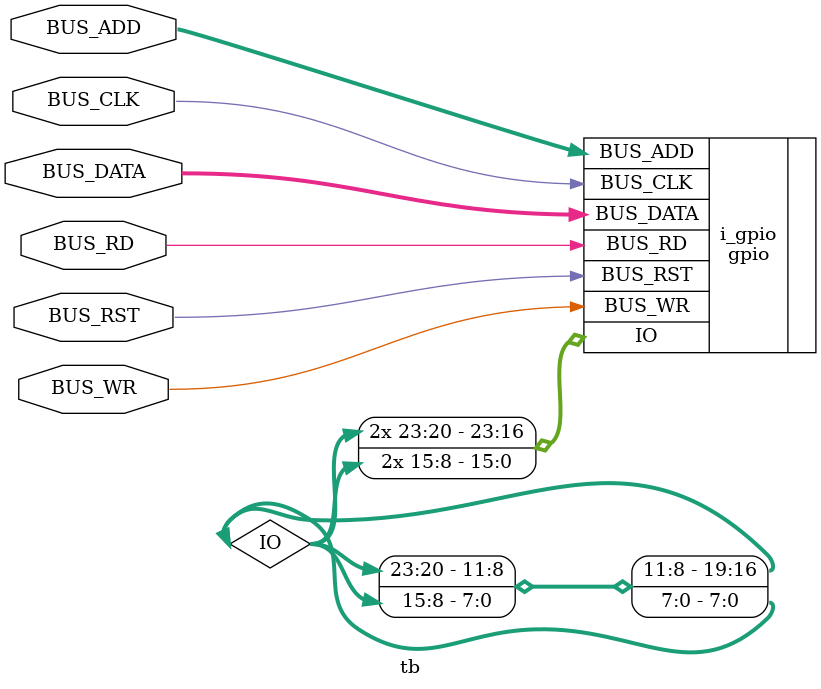
<source format=v>
/**
 * ------------------------------------------------------------
 * Copyright (c) All rights reserved 
 * SiLab, Institute of Physics, University of Bonn
 * ------------------------------------------------------------
 */
 
`timescale 1ps / 1ps

`include "utils/bus_to_ip.v"
`include "gpio/gpio.v"

module tb (
    input           BUS_CLK,
    input           BUS_RST,
    input   [15:0]  BUS_ADD,
    inout   [7:0]   BUS_DATA,
    input           BUS_RD,
    input           BUS_WR
);   

    localparam GPIO_BASEADDR = 16'h0000;
    localparam GPIO_HIGHADDR = 16'h000f;
    wire [23:0] IO;
    
    gpio 
    #( 
        .BASEADDR(GPIO_BASEADDR), 
        .HIGHADDR(GPIO_HIGHADDR),
        .IO_WIDTH(24),
        .IO_DIRECTION(24'h0000ff),
        .IO_TRI(24'hff0000)
    ) i_gpio
    (
        .BUS_CLK(BUS_CLK),
        .BUS_RST(BUS_RST),
        .BUS_ADD(BUS_ADD),
        .BUS_DATA(BUS_DATA),
        .BUS_RD(BUS_RD),
        .BUS_WR(BUS_WR),
        .IO(IO)
    );
    
    assign IO[15:8] = IO[7:0];
    assign IO[23:20] = IO[19:16];
    
    initial begin
        $dumpfile("gpio.vcd");
        $dumpvars(0);
    end 
    
endmodule

</source>
